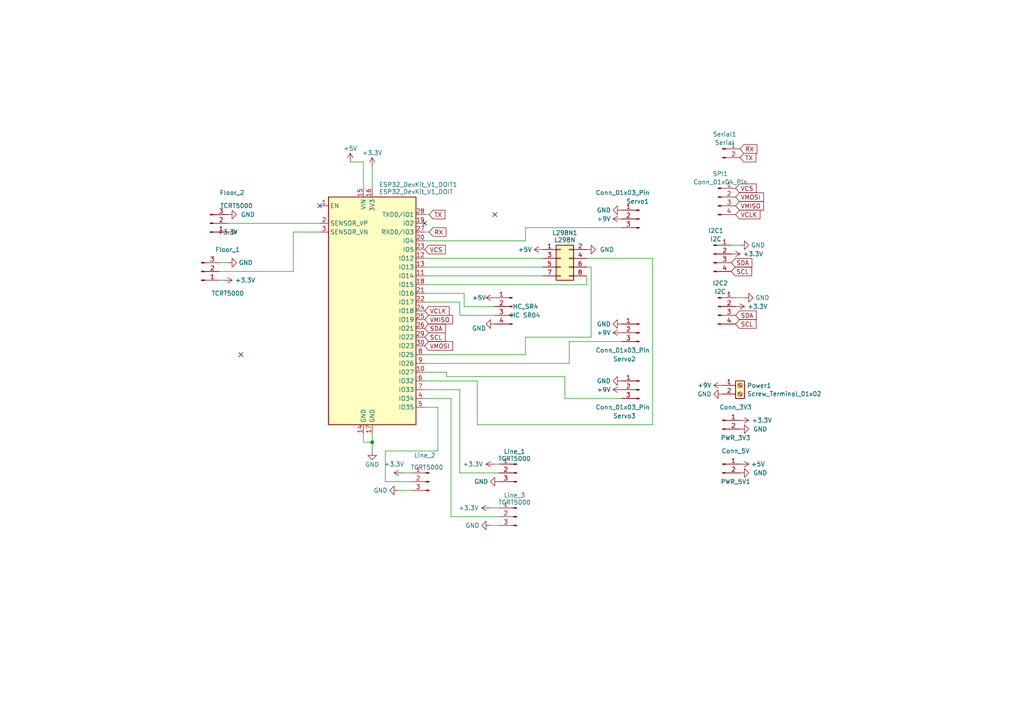
<source format=kicad_sch>
(kicad_sch (version 20230121) (generator eeschema)
  (paper "A4")
  (title_block (title "Rober robot PCB for ESP32 DevKit") (date "2024-01-04") (rev "2.0"))
  (lib_symbols
    (symbol "Conn_01x04_Pin_1" (pin_names (offset 1.016) hide)
      (property "Reference" "J" (at 0 5.08 0))
      (property "Value" "Conn_01x04_Pin" (at 0 -7.62 0))
      (symbol "Conn_01x04_Pin_1_1_1"
        (polyline (pts (xy 1.27 -5.08) (xy 0.8636 -5.08)) (stroke (width 0.1524)))
        (polyline (pts (xy 1.27 -2.54) (xy 0.8636 -2.54)) (stroke (width 0.1524)))
        (polyline (pts (xy 1.27 0) (xy 0.8636 0)) (stroke (width 0.1524)))
        (polyline (pts (xy 1.27 2.54) (xy 0.8636 2.54)) (stroke (width 0.1524)))
        (rectangle (start 0.8636 -4.953) (end 0 -5.207) (stroke (width 0.1524)) (fill (type outline)))
        (rectangle (start 0.8636 -2.413) (end 0 -2.667) (stroke (width 0.1524)) (fill (type outline)))
        (rectangle (start 0.8636 0.127) (end 0 -0.127) (stroke (width 0.1524)) (fill (type outline)))
        (rectangle (start 0.8636 2.667) (end 0 2.413) (stroke (width 0.1524)) (fill (type outline)))
        (pin passive line (at 5.08 2.54 180) (length 3.81) (name "Pin_1") (number "1"))
        (pin passive line (at 5.08 0 180) (length 3.81) (name "Pin_2") (number "2"))
        (pin passive line (at 5.08 -2.54 180) (length 3.81) (name "Pin_3") (number "3"))
        (pin passive line (at 5.08 -5.08 180) (length 3.81) (name "Pin_4") (number "4"))
      )
    )
    (symbol "Conn_01x04_Pin_2" (pin_names (offset 1.016) hide)
      (property "Reference" "J" (at 0 5.08 0))
      (property "Value" "Conn_01x04_Pin" (at 0 -7.62 0))
      (symbol "Conn_01x04_Pin_2_1_1"
        (polyline (pts (xy 1.27 -5.08) (xy 0.8636 -5.08)) (stroke (width 0.1524)))
        (polyline (pts (xy 1.27 -2.54) (xy 0.8636 -2.54)) (stroke (width 0.1524)))
        (polyline (pts (xy 1.27 0) (xy 0.8636 0)) (stroke (width 0.1524)))
        (polyline (pts (xy 1.27 2.54) (xy 0.8636 2.54)) (stroke (width 0.1524)))
        (rectangle (start 0.8636 -4.953) (end 0 -5.207) (stroke (width 0.1524)) (fill (type outline)))
        (rectangle (start 0.8636 -2.413) (end 0 -2.667) (stroke (width 0.1524)) (fill (type outline)))
        (rectangle (start 0.8636 0.127) (end 0 -0.127) (stroke (width 0.1524)) (fill (type outline)))
        (rectangle (start 0.8636 2.667) (end 0 2.413) (stroke (width 0.1524)) (fill (type outline)))
        (pin passive line (at 5.08 2.54 180) (length 3.81) (name "Pin_1") (number "1"))
        (pin passive line (at 5.08 0 180) (length 3.81) (name "Pin_2") (number "2"))
        (pin passive line (at 5.08 -2.54 180) (length 3.81) (name "Pin_3") (number "3"))
        (pin passive line (at 5.08 -5.08 180) (length 3.81) (name "Pin_4") (number "4"))
      )
    )
    (symbol "Connector:Conn_01x02_Pin" (pin_names (offset 1.016) hide)
      (property "Reference" "J" (at 0 2.54 0))
      (property "Value" "Conn_01x02_Pin" (at 0 -5.08 0))
      (symbol "Conn_01x02_Pin_1_1"
        (polyline (pts (xy 1.27 -2.54) (xy 0.8636 -2.54)) (stroke (width 0.1524)))
        (polyline (pts (xy 1.27 0) (xy 0.8636 0)) (stroke (width 0.1524)))
        (rectangle (start 0.8636 -2.413) (end 0 -2.667) (stroke (width 0.1524)) (fill (type outline)))
        (rectangle (start 0.8636 0.127) (end 0 -0.127) (stroke (width 0.1524)) (fill (type outline)))
        (pin passive line (at 5.08 0 180) (length 3.81) (name "Pin_1") (number "1"))
        (pin passive line (at 5.08 -2.54 180) (length 3.81) (name "Pin_2") (number "2"))
      )
    )
    (symbol "Connector:Conn_01x03_Pin" (pin_names (offset 1.016) hide)
      (property "Reference" "J" (at 0 5.08 0))
      (property "Value" "Conn_01x03_Pin" (at 0 -5.08 0))
      (symbol "Conn_01x03_Pin_1_1"
        (polyline (pts (xy 1.27 -2.54) (xy 0.8636 -2.54)) (stroke (width 0.1524)))
        (polyline (pts (xy 1.27 0) (xy 0.8636 0)) (stroke (width 0.1524)))
        (polyline (pts (xy 1.27 2.54) (xy 0.8636 2.54)) (stroke (width 0.1524)))
        (rectangle (start 0.8636 -2.413) (end 0 -2.667) (stroke (width 0.1524)) (fill (type outline)))
        (rectangle (start 0.8636 0.127) (end 0 -0.127) (stroke (width 0.1524)) (fill (type outline)))
        (rectangle (start 0.8636 2.667) (end 0 2.413) (stroke (width 0.1524)) (fill (type outline)))
        (pin passive line (at 5.08 2.54 180) (length 3.81) (name "Pin_1") (number "1"))
        (pin passive line (at 5.08 0 180) (length 3.81) (name "Pin_2") (number "2"))
        (pin passive line (at 5.08 -2.54 180) (length 3.81) (name "Pin_3") (number "3"))
      )
    )
    (symbol "Connector:Conn_01x04_Pin" (pin_names (offset 1.016) hide)
      (property "Reference" "J2" (at 0.635 6.1962 0))
      (property "Value" "Conn_01x04_Pin" (at 0.635 4.1482 0))
      (symbol "Conn_01x04_Pin_1_1"
        (polyline (pts (xy 1.27 -5.08) (xy 0.8636 -5.08)) (stroke (width 0.1524)))
        (polyline (pts (xy 1.27 -2.54) (xy 0.8636 -2.54)) (stroke (width 0.1524)))
        (polyline (pts (xy 1.27 0) (xy 0.8636 0)) (stroke (width 0.1524)))
        (polyline (pts (xy 1.27 2.54) (xy 0.8636 2.54)) (stroke (width 0.1524)))
        (rectangle (start 0.8636 -4.953) (end 0 -5.207) (stroke (width 0.1524)) (fill (type outline)))
        (rectangle (start 0.8636 -2.413) (end 0 -2.667) (stroke (width 0.1524)) (fill (type outline)))
        (rectangle (start 0.8636 0.127) (end 0 -0.127) (stroke (width 0.1524)) (fill (type outline)))
        (rectangle (start 0.8636 2.667) (end 0 2.413) (stroke (width 0.1524)) (fill (type outline)))
        (pin passive line (at 5.08 2.54 180) (length 3.81) (name "5v") (number "1"))
        (pin passive line (at 5.08 0 180) (length 3.81) (name "Pin_2") (number "2"))
        (pin passive line (at 5.08 -2.54 180) (length 3.81) (name "Pin_3") (number "3"))
        (pin passive line (at 5.08 -5.08 180) (length 3.81) (name "GND") (number "4"))
      )
    )
    (symbol "Connector:Screw_Terminal_01x02" (pin_names (offset 1.016) hide)
      (property "Reference" "J" (at 0 2.54 0))
      (property "Value" "Screw_Terminal_01x02" (at 0 -5.08 0))
      (symbol "Screw_Terminal_01x02_1_1"
        (rectangle (start -1.27 1.27) (end 1.27 -3.81) (stroke (width 0.254)) (fill (type background)))
        (circle (center 0 -2.54) (radius 0.635) (stroke (width 0.1524)))
        (polyline (pts (xy -0.5334 -2.2098) (xy 0.3302 -3.048)) (stroke (width 0.1524)))
        (polyline (pts (xy -0.5334 0.3302) (xy 0.3302 -0.508)) (stroke (width 0.1524)))
        (polyline (pts (xy -0.3556 -2.032) (xy 0.508 -2.8702)) (stroke (width 0.1524)))
        (polyline (pts (xy -0.3556 0.508) (xy 0.508 -0.3302)) (stroke (width 0.1524)))
        (circle (center 0 0) (radius 0.635) (stroke (width 0.1524)))
        (pin passive line (at -5.08 0 0) (length 3.81) (name "Pin_1") (number "1"))
        (pin passive line (at -5.08 -2.54 0) (length 3.81) (name "Pin_2") (number "2"))
      )
    )
    (symbol "Connector_Generic:Conn_02x04_Odd_Even" (pin_names (offset 1.016) hide)
      (property "Reference" "J" (at 1.27 5.08 0))
      (property "Value" "Conn_02x04_Odd_Even" (at 1.27 -7.62 0))
      (symbol "Conn_02x04_Odd_Even_1_1"
        (rectangle (start -1.27 -4.953) (end 0 -5.207) (stroke (width 0.1524)))
        (rectangle (start -1.27 -2.413) (end 0 -2.667) (stroke (width 0.1524)))
        (rectangle (start -1.27 0.127) (end 0 -0.127) (stroke (width 0.1524)))
        (rectangle (start -1.27 2.667) (end 0 2.413) (stroke (width 0.1524)))
        (rectangle (start -1.27 3.81) (end 3.81 -6.35) (stroke (width 0.254)) (fill (type background)))
        (rectangle (start 3.81 -4.953) (end 2.54 -5.207) (stroke (width 0.1524)))
        (rectangle (start 3.81 -2.413) (end 2.54 -2.667) (stroke (width 0.1524)))
        (rectangle (start 3.81 0.127) (end 2.54 -0.127) (stroke (width 0.1524)))
        (rectangle (start 3.81 2.667) (end 2.54 2.413) (stroke (width 0.1524)))
        (pin passive line (at -5.08 2.54 0) (length 3.81) (name "Pin_1") (number "1"))
        (pin passive line (at 7.62 2.54 180) (length 3.81) (name "Pin_2") (number "2"))
        (pin passive line (at -5.08 0 0) (length 3.81) (name "Pin_3") (number "3"))
        (pin passive line (at 7.62 0 180) (length 3.81) (name "Pin_4") (number "4"))
        (pin passive line (at -5.08 -2.54 0) (length 3.81) (name "Pin_5") (number "5"))
        (pin passive line (at 7.62 -2.54 180) (length 3.81) (name "Pin_6") (number "6"))
        (pin passive line (at -5.08 -5.08 0) (length 3.81) (name "Pin_7") (number "7"))
        (pin passive line (at 7.62 -5.08 180) (length 3.81) (name "Pin_8") (number "8"))
      )
    )
    (symbol "ESP32_DevKit_V1_DOIT:ESP32_DevKit_V1_DOIT"
      (property "Reference" "U" (at -11.43 34.29 0))
      (property "Value" "ESP32_DevKit_V1_DOIT" (at 11.43 34.29 0))
      (symbol "ESP32_DevKit_V1_DOIT_1_1"
        (rectangle (start -12.7 33.02) (end 12.7 -33.02) (stroke (width 0.254)) (fill (type background)))
        (pin input line (at -15.24 30.48 0) (length 2.54) (name "EN") (number "1"))
        (pin bidirectional line (at 15.24 -17.78 180) (length 2.54) (name "IO27") (number "10"))
        (pin bidirectional line (at 15.24 10.16 180) (length 2.54) (name "IO14") (number "11"))
        (pin bidirectional line (at 15.24 15.24 180) (length 2.54) (name "IO12") (number "12"))
        (pin bidirectional line (at 15.24 12.7 180) (length 2.54) (name "IO13") (number "13"))
        (pin power_in line (at -2.54 -35.56 90) (length 2.54) (name "GND") (number "14"))
        (pin power_in line (at -2.54 35.56 270) (length 2.54) (name "VIN") (number "15"))
        (pin power_in line (at 0 35.56 270) (length 2.54) (name "3V3") (number "16"))
        (pin power_in line (at 0 -35.56 90) (length 2.54) (name "GND") (number "17"))
        (pin bidirectional line (at 15.24 7.62 180) (length 2.54) (name "IO15") (number "18"))
        (pin bidirectional line (at 15.24 25.4 180) (length 2.54) (name "IO2") (number "19"))
        (pin input line (at -15.24 25.4 0) (length 2.54) (name "SENSOR_VP") (number "2"))
        (pin bidirectional line (at 15.24 20.32 180) (length 2.54) (name "IO4") (number "20"))
        (pin bidirectional line (at 15.24 5.08 180) (length 2.54) (name "IO16") (number "21"))
        (pin bidirectional line (at 15.24 2.54 180) (length 2.54) (name "IO17") (number "22"))
        (pin bidirectional line (at 15.24 17.78 180) (length 2.54) (name "IO5") (number "23"))
        (pin bidirectional line (at 15.24 0 180) (length 2.54) (name "IO18") (number "24"))
        (pin bidirectional line (at 15.24 -2.54 180) (length 2.54) (name "IO19") (number "25"))
        (pin bidirectional line (at 15.24 -5.08 180) (length 2.54) (name "IO21") (number "26"))
        (pin bidirectional line (at 15.24 22.86 180) (length 2.54) (name "RXD0/IO3") (number "27"))
        (pin bidirectional line (at 15.24 27.94 180) (length 2.54) (name "TXD0/IO1") (number "28"))
        (pin bidirectional line (at 15.24 -7.62 180) (length 2.54) (name "IO22") (number "29"))
        (pin input line (at -15.24 22.86 0) (length 2.54) (name "SENSOR_VN") (number "3"))
        (pin bidirectional line (at 15.24 -10.16 180) (length 2.54) (name "IO23") (number "30"))
        (pin input line (at 15.24 -25.4 180) (length 2.54) (name "IO34") (number "4"))
        (pin input line (at 15.24 -27.94 180) (length 2.54) (name "IO35") (number "5"))
        (pin bidirectional line (at 15.24 -20.32 180) (length 2.54) (name "IO32") (number "6"))
        (pin bidirectional line (at 15.24 -22.86 180) (length 2.54) (name "IO33") (number "7"))
        (pin bidirectional line (at 15.24 -12.7 180) (length 2.54) (name "IO25") (number "8"))
        (pin bidirectional line (at 15.24 -15.24 180) (length 2.54) (name "IO26") (number "9"))
      )
    )
    (symbol "power:+3.3V" (power) (pin_names (offset 0))
      (property "Value" "+3.3V" (at 0 3.556 0))
      (symbol "+3.3V_0_1"
        (polyline (pts (xy -0.762 1.27) (xy 0 2.54)))
        (polyline (pts (xy 0 0) (xy 0 2.54)))
        (polyline (pts (xy 0 2.54) (xy 0.762 1.27)))
      )
      (symbol "+3.3V_1_1"
        (pin power_in line (at 0 0 90) (length 0) hide (name "+3.3V") (number "1"))
      )
    )
    (symbol "power:+5V" (power) (pin_names (offset 0))
      (property "Value" "+5V" (at 0 3.556 0))
      (symbol "+5V_0_1"
        (polyline (pts (xy -0.762 1.27) (xy 0 2.54)))
        (polyline (pts (xy 0 0) (xy 0 2.54)))
        (polyline (pts (xy 0 2.54) (xy 0.762 1.27)))
      )
      (symbol "+5V_1_1"
        (pin power_in line (at 0 0 90) (length 0) hide (name "+5V") (number "1"))
      )
    )
    (symbol "power:+9V" (power) (pin_names (offset 0))
      (property "Value" "+9V" (at 0 3.556 0))
      (symbol "+9V_0_1"
        (polyline (pts (xy -0.762 1.27) (xy 0 2.54)))
        (polyline (pts (xy 0 0) (xy 0 2.54)))
        (polyline (pts (xy 0 2.54) (xy 0.762 1.27)))
      )
      (symbol "+9V_1_1"
        (pin power_in line (at 0 0 90) (length 0) hide (name "+9V") (number "1"))
      )
    )
    (symbol "power:GND" (power) (pin_names (offset 0))
      (property "Value" "GND" (at 0 -3.81 0))
      (symbol "GND_0_1"
        (polyline (pts (xy 0 0) (xy 0 -1.27) (xy 1.27 -1.27) (xy 0 -2.54) (xy -1.27 -1.27) (xy 0 -1.27)))
      )
      (symbol "GND_1_1"
        (pin power_in line (at 0 0 270) (length 0) hide (name "GND") (number "1"))
      )
    )
  )
  (junction (at 107.95 128.27))
  (no_connect (at 123.19 64.77))
  (no_connect (at 92.71 59.69))
  (no_connect (at 143.51 62.23))
  (no_connect (at 69.85 102.87))
  (wire (pts (xy 123.19 105.41) (xy 165.1 105.41)))
  (wire (pts (xy 165.1 105.41) (xy 165.1 99.06)))
  (wire (pts (xy 123.19 69.85) (xy 152.4 69.85)))
  (wire (pts (xy 215.9 86.36) (xy 213.36 86.36)))
  (wire (pts (xy 64.77 81.28) (xy 63.5 81.28)))
  (wire (pts (xy 123.19 77.47) (xy 157.48 77.47)))
  (wire (pts (xy 152.4 69.85) (xy 152.4 66.04)))
  (wire (pts (xy 123.19 118.11) (xy 127 118.11)))
  (wire (pts (xy 105.41 46.99) (xy 105.41 54.61)))
  (wire (pts (xy 116.84 137.16) (xy 119.38 137.16)))
  (wire (pts (xy 66.04 64.77) (xy 92.71 64.77)))
  (wire (pts (xy 123.19 87.63) (xy 133.35 87.63)))
  (wire (pts (xy 129.54 109.22) (xy 163.83 109.22)))
  (wire (pts (xy 142.24 152.4) (xy 144.78 152.4)))
  (wire (pts (xy 171.45 77.47) (xy 171.45 97.79)))
  (wire (pts (xy 123.19 110.49) (xy 138.43 110.49)))
  (wire (pts (xy 127 118.11) (xy 127 130.81)))
  (wire (pts (xy 134.62 85.09) (xy 134.62 88.9)))
  (wire (pts (xy 142.24 147.32) (xy 144.78 147.32)))
  (wire (pts (xy 152.4 66.04) (xy 180.34 66.04)))
  (wire (pts (xy 111.76 139.7) (xy 119.38 139.7)))
  (wire (pts (xy 138.43 110.49) (xy 138.43 123.19)))
  (wire (pts (xy 143.51 134.62) (xy 144.78 134.62)))
  (wire (pts (xy 152.4 97.79) (xy 152.4 102.87)))
  (wire (pts (xy 85.09 67.31) (xy 85.09 78.74)))
  (wire (pts (xy 115.57 142.24) (xy 119.38 142.24)))
  (wire (pts (xy 123.19 67.31) (xy 124.46 67.31)))
  (wire (pts (xy 66.04 76.2) (xy 63.5 76.2)))
  (wire (pts (xy 105.41 125.73) (xy 105.41 128.27)))
  (wire (pts (xy 133.35 113.03) (xy 133.35 137.16)))
  (wire (pts (xy 63.5 78.74) (xy 85.09 78.74)))
  (wire (pts (xy 105.41 46.99) (xy 101.6 46.99)))
  (wire (pts (xy 123.19 115.57) (xy 130.81 115.57)))
  (wire (pts (xy 214.63 71.12) (xy 212.09 71.12)))
  (wire (pts (xy 123.19 102.87) (xy 152.4 102.87)))
  (wire (pts (xy 111.76 130.81) (xy 111.76 139.7)))
  (wire (pts (xy 129.54 107.95) (xy 129.54 109.22)))
  (wire (pts (xy 111.76 130.81) (xy 127 130.81)))
  (wire (pts (xy 189.23 74.93) (xy 189.23 123.19)))
  (wire (pts (xy 170.18 74.93) (xy 189.23 74.93)))
  (wire (pts (xy 133.35 91.44) (xy 143.51 91.44)))
  (wire (pts (xy 107.95 128.27) (xy 107.95 130.81)))
  (wire (pts (xy 163.83 115.57) (xy 180.34 115.57)))
  (wire (pts (xy 130.81 149.86) (xy 144.78 149.86)))
  (wire (pts (xy 170.18 80.01) (xy 170.18 82.55)))
  (wire (pts (xy 133.35 137.16) (xy 144.78 137.16)))
  (wire (pts (xy 130.81 115.57) (xy 130.81 149.86)))
  (wire (pts (xy 171.45 77.47) (xy 170.18 77.47)))
  (wire (pts (xy 123.19 107.95) (xy 129.54 107.95)))
  (wire (pts (xy 107.95 48.26) (xy 107.95 54.61)))
  (wire (pts (xy 123.19 74.93) (xy 157.48 74.93)))
  (wire (pts (xy 123.19 82.55) (xy 170.18 82.55)))
  (wire (pts (xy 123.19 85.09) (xy 134.62 85.09)))
  (wire (pts (xy 163.83 109.22) (xy 163.83 115.57)))
  (wire (pts (xy 123.19 113.03) (xy 133.35 113.03)))
  (wire (pts (xy 134.62 88.9) (xy 143.51 88.9)))
  (wire (pts (xy 138.43 123.19) (xy 189.23 123.19)))
  (wire (pts (xy 123.19 80.01) (xy 157.48 80.01)))
  (wire (pts (xy 107.95 128.27) (xy 105.41 128.27)))
  (wire (pts (xy 133.35 87.63) (xy 133.35 91.44)))
  (wire (pts (xy 107.95 125.73) (xy 107.95 128.27)))
  (wire (pts (xy 123.19 62.23) (xy 124.46 62.23)))
  (wire (pts (xy 92.71 67.31) (xy 85.09 67.31)))
  (wire (pts (xy 165.1 99.06) (xy 180.34 99.06)))
  (wire (pts (xy 171.45 97.79) (xy 152.4 97.79)))
  (global_label "VMISO" (shape input) (at 123.19 92.71 0) (property "Intersheetrefs" "${INTERSHEET_REFS}" (effects hide)))
  (global_label "VCS" (shape input) (at 123.19 72.39 0) (property "Intersheetrefs" "${INTERSHEET_REFS}" (effects hide)))
  (global_label "RX" (shape input) (at 214.63 43.18 0) (property "Intersheetrefs" "${INTERSHEET_REFS}" (effects hide)))
  (global_label "RX" (shape input) (at 124.46 67.31 0) (property "Intersheetrefs" "${INTERSHEET_REFS}" (effects hide)))
  (global_label "VMISO" (shape input) (at 213.36 59.69 0) (property "Intersheetrefs" "${INTERSHEET_REFS}" (effects hide)))
  (global_label "VCS" (shape input) (at 213.36 54.61 0) (property "Intersheetrefs" "${INTERSHEET_REFS}" (effects hide)))
  (global_label "SCL" (shape input) (at 123.19 97.79 0) (property "Intersheetrefs" "${INTERSHEET_REFS}" (effects hide)))
  (global_label "SCL" (shape input) (at 213.36 93.98 0) (property "Intersheetrefs" "${INTERSHEET_REFS}" (effects hide)))
  (global_label "VCLK" (shape input) (at 123.19 90.17 0) (property "Intersheetrefs" "${INTERSHEET_REFS}" (effects hide)))
  (global_label "SDA" (shape input) (at 212.09 76.2 0) (property "Intersheetrefs" "${INTERSHEET_REFS}" (effects hide)))
  (global_label "SDA" (shape input) (at 123.19 95.25 0) (property "Intersheetrefs" "${INTERSHEET_REFS}" (effects hide)))
  (global_label "TX" (shape input) (at 214.63 45.72 0) (property "Intersheetrefs" "${INTERSHEET_REFS}" (effects hide)))
  (global_label "VMOSI" (shape input) (at 213.36 57.15 0) (property "Intersheetrefs" "${INTERSHEET_REFS}" (effects hide)))
  (global_label "SCL" (shape input) (at 212.09 78.74 0) (property "Intersheetrefs" "${INTERSHEET_REFS}" (effects hide)))
  (global_label "VMOSI" (shape input) (at 123.19 100.33 0) (property "Intersheetrefs" "${INTERSHEET_REFS}" (effects hide)))
  (global_label "VCLK" (shape input) (at 213.36 62.23 0) (property "Intersheetrefs" "${INTERSHEET_REFS}" (effects hide)))
  (global_label "SDA" (shape input) (at 213.36 91.44 0) (property "Intersheetrefs" "${INTERSHEET_REFS}" (effects hide)))
  (global_label "TX" (shape input) (at 124.46 62.23 0) (property "Intersheetrefs" "${INTERSHEET_REFS}" (effects hide)))
  (symbol (lib_id "Connector:Conn_01x03_Pin") (at 185.42 63.5 0) (mirror y) (unit 1)
    (property "Reference" "Servo1" (at 181.61 58.42 0) (effects (justify right)))
    (property "Value" "Conn_01x03_Pin" (at 172.72 55.88 0) (effects (justify right)))
    (property "Footprint" "Connector_PinHeader_2.54mm:PinHeader_1x03_P2.54mm_Vertical" (effects hide))
  )
  (symbol (lib_id "ESP32_DevKit_V1_DOIT:ESP32_DevKit_V1_DOIT") (at 107.95 90.17 0) (unit 1)
    (property "Reference" "ESP32_DevKit_V1_DOIT1" (at 109.9059 53.57 0) (effects (justify left)))
    (property "Value" "ESP32_DevKit_V1_DOIT" (at 109.9059 55.618 0) (effects (justify left)))
    (property "Footprint" "ESP32_DevKit_V1_DOIT:esp32_devkit_v1_doit_simplified" (effects hide))
    (property "Datasheet" "https://aliexpress.com/item/32864722159.html" (effects hide))
  )
  (symbol (lib_id "Connector_Generic:Conn_02x04_Odd_Even") (at 162.56 74.93 0) (unit 1)
    (property "Reference" "L298N1" (at 163.83 67.54 0))
    (property "Value" "L298N" (at 163.83 69.588 0))
    (property "Footprint" "Connector_PinHeader_2.54mm:PinHeader_2x04_P2.54mm_Vertical" (effects hide))
  )
  (symbol (lib_id "power:GND") (at 214.63 71.12 90) (unit 1)
    (property "Reference" "#PWR028" (effects hide))
    (property "Value" "GND" (at 217.805 71.12 90) (effects (justify right)))
  )
  (symbol (lib_id "power:+9V") (at 209.55 111.76 90) (unit 1)
    (property "Reference" "#PWR033" (effects hide))
    (property "Value" "+9V" (at 206.3751 111.76 90) (effects (justify left)))
  )
  (symbol (lib_id "Connector:Conn_01x03_Pin") (at 124.46 139.7 0) (mirror y) (unit 1)
    (property "Reference" "Line_2" (at 123.19 132.08 0))
    (property "Value" "TCRT5000" (at 123.825 135.5518 0))
    (property "Footprint" "Connector_PinHeader_2.54mm:PinHeader_1x03_P2.54mm_Vertical" (effects hide))
  )
  (symbol (lib_id "power:GND") (at 170.18 72.39 90) (unit 1)
    (property "Reference" "#PWR019" (effects hide))
    (property "Value" "GND" (at 173.99 72.39 90) (effects (justify right)))
  )
  (symbol (lib_id "Connector:Conn_01x03_Pin") (at 58.42 78.74 0) (mirror x) (unit 1)
    (property "Reference" "Floor_1" (at 66.04 72.39 0))
    (property "Value" "TCRT5000" (at 66.04 85.09 0))
    (property "Footprint" "Connector_PinHeader_2.54mm:PinHeader_1x03_P2.54mm_Vertical" (effects hide))
  )
  (symbol (lib_id "Connector:Screw_Terminal_01x02") (at 214.63 111.76 0) (unit 1)
    (property "Reference" "Power1" (at 216.662 111.8179 0) (effects (justify left)))
    (property "Value" "Screw_Terminal_01x02" (at 216.662 114.2421 0) (effects (justify left)))
    (property "Footprint" "TerminalBlock_Phoenix:TerminalBlock_Phoenix_MPT-0,5-2-2.54_1x02_P2.54mm_Horizontal" (effects hide))
  )
  (symbol (lib_id "Connector:Conn_01x03_Pin") (at 149.86 149.86 0) (mirror y) (unit 1)
    (property "Reference" "Line_3" (at 149.225 143.6638 0))
    (property "Value" "TCRT5000" (at 149.225 145.7118 0))
    (property "Footprint" "Connector_PinHeader_2.54mm:PinHeader_1x03_P2.54mm_Vertical" (effects hide))
  )
  (symbol (lib_id "Connector:Conn_01x02_Pin") (at 209.55 43.18 0) (unit 1)
    (property "Reference" "Serial1" (at 210.185 38.9595 0))
    (property "Value" "Serial" (at 210.185 41.3837 0))
    (property "Footprint" "Connector_PinHeader_2.54mm:PinHeader_1x02_P2.54mm_Vertical" (effects hide))
  )
  (symbol (lib_id "Connector:Conn_01x02_Pin") (at 209.55 121.92 0) (unit 1)
    (property "Reference" "PWR_3V3" (at 213.36 127 0))
    (property "Value" "Conn_3V3" (at 213.36 118.11 0))
    (property "Footprint" "Connector_PinHeader_2.54mm:PinHeader_1x02_P2.54mm_Vertical" (effects hide))
  )
  (symbol (lib_id "power:GND") (at 142.24 152.4 270) (unit 1)
    (property "Reference" "#PWR05" (effects hide))
    (property "Value" "GND" (at 139.0651 152.4 90) (effects (justify right)))
  )
  (symbol (lib_id "power:GND") (at 66.04 76.2 90) (unit 1)
    (property "Reference" "#PWR08" (effects hide))
    (property "Value" "GND" (at 69.2149 76.2 90) (effects (justify right)))
  )
  (symbol (lib_id "power:+9V") (at 180.34 113.03 90) (unit 1)
    (property "Reference" "#PWR035" (effects hide))
    (property "Value" "+9V" (at 177.1651 113.03 90) (effects (justify left)))
  )
  (symbol (lib_id "power:GND") (at 215.9 86.36 90) (unit 1)
    (property "Reference" "#PWR037" (effects hide))
    (property "Value" "GND" (at 219.075 86.36 90) (effects (justify right)))
  )
  (symbol (lib_id "Connector:Conn_01x04_Pin") (at 148.59 88.9 0) (mirror y) (unit 1)
    (property "Reference" "HC_SR4" (at 152.4 88.9 0))
    (property "Value" "HC SR04" (at 152.4 91.44 0))
    (property "Footprint" "Connector_PinHeader_2.54mm:PinHeader_1x04_P2.54mm_Vertical" (effects hide))
  )
  (symbol (lib_id "power:+5V") (at 157.48 72.39 90) (unit 1)
    (property "Reference" "#PWR011" (effects hide))
    (property "Value" "+5V" (at 154.3051 72.39 90) (effects (justify left)))
  )
  (symbol (lib_id "power:+3.3V") (at 213.36 88.9 270) (unit 1)
    (property "Reference" "#PWR036" (effects hide))
    (property "Value" "+3.3V" (at 219.71 88.9 90))
  )
  (symbol (lib_id "Connector:Conn_01x02_Pin") (at 209.55 134.62 0) (unit 1)
    (property "Reference" "PWR_5V1" (at 213.36 139.7 0))
    (property "Value" "Conn_5V" (at 213.36 130.81 0))
    (property "Footprint" "Connector_PinHeader_2.54mm:PinHeader_1x02_P2.54mm_Vertical" (effects hide))
  )
  (symbol (lib_id "power:GND") (at 66.04 62.23 90) (unit 1)
    (property "Reference" "#PWR04" (effects hide))
    (property "Value" "GND" (at 69.85 62.23 90) (effects (justify right)))
  )
  (symbol (lib_id "Connector:Conn_01x03_Pin") (at 185.42 113.03 0) (mirror y) (unit 1)
    (property "Reference" "Servo3" (at 177.8 120.65 0) (effects (justify right)))
    (property "Value" "Conn_01x03_Pin" (at 172.72 118.11 0) (effects (justify right)))
    (property "Footprint" "Connector_PinHeader_2.54mm:PinHeader_1x03_P2.54mm_Vertical" (effects hide))
  )
  (symbol (lib_id "power:GND") (at 214.63 124.46 90) (unit 1)
    (property "Reference" "#PWR023" (effects hide))
    (property "Value" "GND" (at 218.44 124.46 90) (effects (justify right)))
  )
  (symbol (lib_id "power:+5V") (at 214.63 134.62 270) (unit 1)
    (property "Reference" "#PWR021" (effects hide))
    (property "Value" "+5V" (at 217.805 134.62 90) (effects (justify left)))
  )
  (symbol (lib_id "power:+9V") (at 180.34 96.52 90) (unit 1)
    (property "Reference" "#PWR012" (effects hide))
    (property "Value" "+9V" (at 177.1651 96.52 90) (effects (justify left)))
  )
  (symbol (lib_id "power:GND") (at 107.95 130.81 0) (unit 1)
    (property "Reference" "#PWR03" (effects hide))
    (property "Value" "GND" (at 107.95 134.755 0))
  )
  (symbol (lib_id "power:GND") (at 144.78 139.7 270) (unit 1)
    (property "Reference" "#PWR017" (effects hide))
    (property "Value" "GND" (at 141.6051 139.7 90) (effects (justify right)))
  )
  (symbol (lib_id "power:GND") (at 180.34 93.98 270) (unit 1)
    (property "Reference" "#PWR031" (effects hide))
    (property "Value" "GND" (at 177.1651 93.98 90) (effects (justify right)))
  )
  (symbol (lib_id "power:+3.3V") (at 214.63 121.92 270) (unit 1)
    (property "Reference" "#PWR022" (effects hide))
    (property "Value" "+3.3V" (at 220.98 121.92 90))
  )
  (symbol (lib_name "Conn_01x04_Pin_1") (lib_id "Connector:Conn_01x04_Pin") (at 208.28 88.9 0) (unit 1)
    (property "Reference" "I2C2" (at 208.915 82.1395 0))
    (property "Value" "I2C" (at 208.915 84.5637 0))
    (property "Footprint" "Connector_JST:JST_PH_B4B-PH-K_1x04_P2.00mm_Vertical" (effects hide))
  )
  (symbol (lib_id "power:GND") (at 143.51 93.98 270) (unit 1)
    (property "Reference" "#PWR06" (effects hide))
    (property "Value" "GND" (at 140.97 95.25 90) (effects (justify right)))
  )
  (symbol (lib_id "power:+5V") (at 101.6 46.99 0) (unit 1)
    (property "Reference" "#PWR010" (effects hide))
    (property "Value" "+5V" (at 101.6 43.045 0))
  )
  (symbol (lib_id "power:GND") (at 180.34 60.96 270) (unit 1)
    (property "Reference" "#PWR07" (effects hide))
    (property "Value" "GND" (at 177.1651 60.96 90) (effects (justify right)))
  )
  (symbol (lib_id "power:+3.3V") (at 212.09 73.66 270) (unit 1)
    (property "Reference" "#PWR029" (effects hide))
    (property "Value" "+3.3V" (at 218.44 73.66 90))
  )
  (symbol (lib_id "Connector:Conn_01x03_Pin") (at 149.86 137.16 0) (mirror y) (unit 1)
    (property "Reference" "Line_1" (at 149.225 130.9638 0))
    (property "Value" "TCRT5000" (at 149.225 133.0118 0))
    (property "Footprint" "Connector_PinHeader_2.54mm:PinHeader_1x03_P2.54mm_Vertical" (effects hide))
  )
  (symbol (lib_id "Connector:Conn_01x03_Pin") (at 185.42 96.52 0) (mirror y) (unit 1)
    (property "Reference" "Servo2" (at 177.8 104.14 0) (effects (justify right)))
    (property "Value" "Conn_01x03_Pin" (at 172.72 101.6 0) (effects (justify right)))
    (property "Footprint" "Connector_PinHeader_2.54mm:PinHeader_1x03_P2.54mm_Vertical" (effects hide))
  )
  (symbol (lib_id "power:+3.3V") (at 143.51 134.62 90) (unit 1)
    (property "Reference" "#PWR018" (effects hide))
    (property "Value" "+3.3V" (at 137.16 134.62 90))
  )
  (symbol (lib_id "power:+3.3V") (at 66.04 67.31 270) (unit 1)
    (property "Reference" "#PWR014" (effects hide))
    (property "Value" "+3.3V" (at 66.04 67.31 90))
  )
  (symbol (lib_id "power:GND") (at 214.63 137.16 90) (unit 1)
    (property "Reference" "#PWR020" (effects hide))
    (property "Value" "GND" (at 218.44 137.16 90) (effects (justify right)))
  )
  (symbol (lib_id "power:GND") (at 115.57 142.24 270) (unit 1)
    (property "Reference" "#PWR016" (effects hide))
    (property "Value" "GND" (at 112.3951 142.24 90) (effects (justify right)))
  )
  (symbol (lib_id "power:GND") (at 180.34 110.49 270) (unit 1)
    (property "Reference" "#PWR032" (effects hide))
    (property "Value" "GND" (at 177.1651 110.49 90) (effects (justify right)))
  )
  (symbol (lib_id "power:GND") (at 209.55 114.3 270) (unit 1)
    (property "Reference" "#PWR030" (effects hide))
    (property "Value" "GND" (at 206.3751 114.3 90) (effects (justify right)))
  )
  (symbol (lib_id "power:+5V") (at 143.51 86.36 90) (unit 1)
    (property "Reference" "#PWR013" (effects hide))
    (property "Value" "+5V" (at 140.97 86.36 90) (effects (justify left)))
  )
  (symbol (lib_id "Connector:Conn_01x03_Pin") (at 60.96 64.77 0) (mirror x) (unit 1)
    (property "Reference" "Floor_2" (at 67.31 55.88 0))
    (property "Value" "TCRT5000" (at 68.58 59.69 0))
    (property "Footprint" "Connector_PinHeader_2.54mm:PinHeader_1x03_P2.54mm_Vertical" (effects hide))
  )
  (symbol (lib_id "power:+9V") (at 180.34 63.5 90) (unit 1)
    (property "Reference" "#PWR034" (effects hide))
    (property "Value" "+9V" (at 177.1651 63.5 90) (effects (justify left)))
  )
  (symbol (lib_id "power:+3.3V") (at 142.24 147.32 90) (unit 1)
    (property "Reference" "#PWR015" (effects hide))
    (property "Value" "+3.3V" (at 135.89 147.32 90))
  )
  (symbol (lib_id "power:+3.3V") (at 107.95 48.26 0) (unit 1)
    (property "Reference" "#PWR01" (effects hide))
    (property "Value" "+3.3V" (at 107.95 44.315 0))
  )
  (symbol (lib_id "power:+3.3V") (at 116.84 137.16 90) (unit 1)
    (property "Reference" "#PWR02" (effects hide))
    (property "Value" "+3.3V" (at 114.3 134.62 90))
  )
  (symbol (lib_id "power:+3.3V") (at 64.77 81.28 270) (unit 1)
    (property "Reference" "#PWR09" (effects hide))
    (property "Value" "+3.3V" (at 71.12 81.28 90))
  )
  (symbol (lib_name "Conn_01x04_Pin_1") (lib_id "Connector:Conn_01x04_Pin") (at 207.01 73.66 0) (unit 1)
    (property "Reference" "I2C1" (at 207.645 66.8995 0))
    (property "Value" "I2C" (at 207.645 69.3237 0))
    (property "Footprint" "Connector_JST:JST_PH_B4B-PH-K_1x04_P2.00mm_Vertical" (effects hide))
  )
  (symbol (lib_name "Conn_01x04_Pin_2") (lib_id "Connector:Conn_01x04_Pin") (at 208.28 57.15 0) (unit 1)
    (property "Reference" "SPI1" (at 208.915 50.3895 0))
    (property "Value" "Conn_01x04_Pin" (at 208.915 52.8137 0))
    (property "Footprint" "Connector_PinHeader_2.54mm:PinHeader_1x04_P2.54mm_Vertical" (effects hide))
  )
)
</source>
